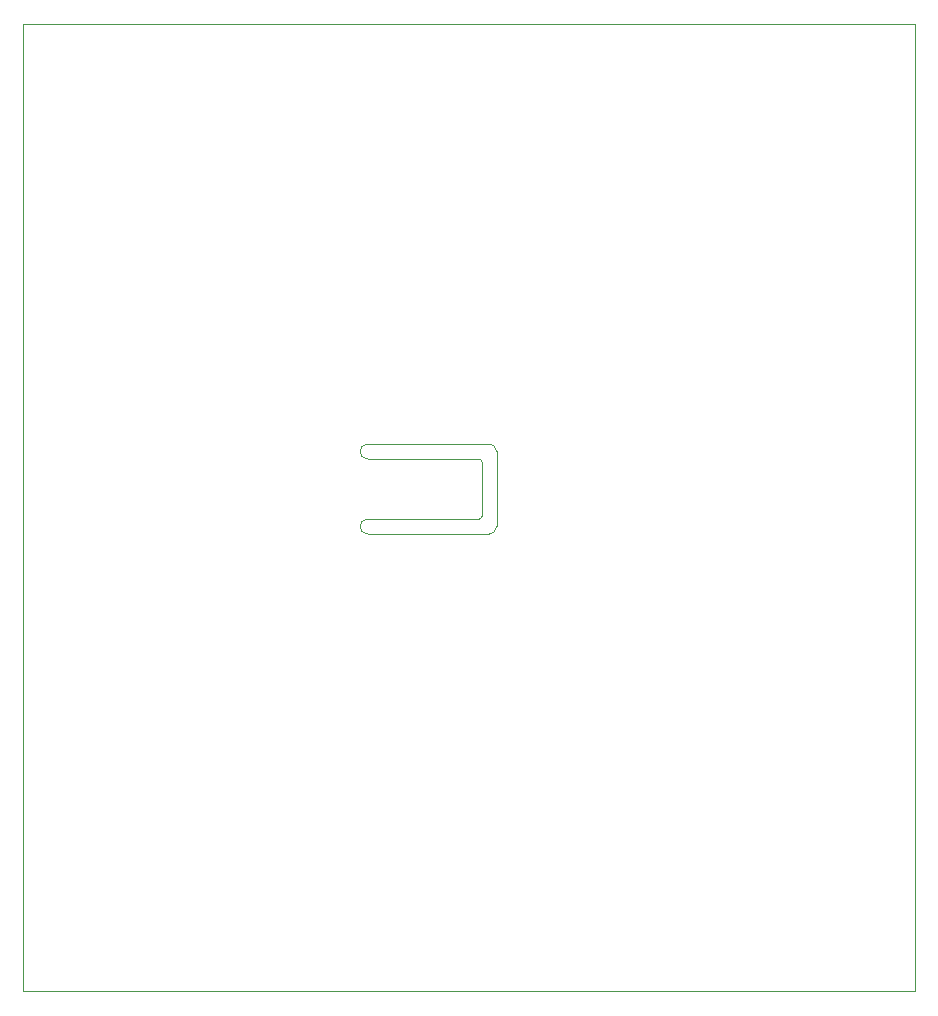
<source format=gbr>
%TF.GenerationSoftware,KiCad,Pcbnew,5.99.0+really5.1.9+dfsg1-1*%
%TF.CreationDate,2021-04-26T12:50:51+03:00*%
%TF.ProjectId,accessController,61636365-7373-4436-9f6e-74726f6c6c65,rev?*%
%TF.SameCoordinates,Original*%
%TF.FileFunction,Profile,NP*%
%FSLAX46Y46*%
G04 Gerber Fmt 4.6, Leading zero omitted, Abs format (unit mm)*
G04 Created by KiCad (PCBNEW 5.99.0+really5.1.9+dfsg1-1) date 2021-04-26 12:50:51*
%MOMM*%
%LPD*%
G01*
G04 APERTURE LIST*
%TA.AperFunction,Profile*%
%ADD10C,0.050000*%
%TD*%
G04 APERTURE END LIST*
D10*
X110490000Y-87630000D02*
G75*
G03*
X110490000Y-88900000I0J-635000D01*
G01*
X121412000Y-88265000D02*
X121412000Y-85090000D01*
X110490000Y-87630000D02*
X119888000Y-87630000D01*
X110490000Y-88900000D02*
X120777000Y-88900000D01*
X119888000Y-87630000D02*
G75*
G03*
X120142000Y-87376000I0J254000D01*
G01*
X121412000Y-88265000D02*
G75*
G02*
X120777000Y-88900000I-635000J0D01*
G01*
X120142000Y-87376000D02*
X120142000Y-85090000D01*
X120142000Y-82804000D02*
X120142000Y-85090000D01*
X119888000Y-82550000D02*
G75*
G02*
X120142000Y-82804000I0J-254000D01*
G01*
X110490000Y-82550000D02*
X119888000Y-82550000D01*
X110490000Y-82550000D02*
G75*
G02*
X110490000Y-81280000I0J635000D01*
G01*
X121412000Y-81915000D02*
X121412000Y-85090000D01*
X121412000Y-81915000D02*
G75*
G03*
X120777000Y-81280000I-635000J0D01*
G01*
X110490000Y-81280000D02*
X120777000Y-81280000D01*
X156845000Y-127635000D02*
X81280000Y-127635000D01*
X156845000Y-45720000D02*
X156845000Y-127635000D01*
X156845000Y-45720000D02*
X81280000Y-45720000D01*
X81280000Y-45720000D02*
X81280000Y-127635000D01*
M02*

</source>
